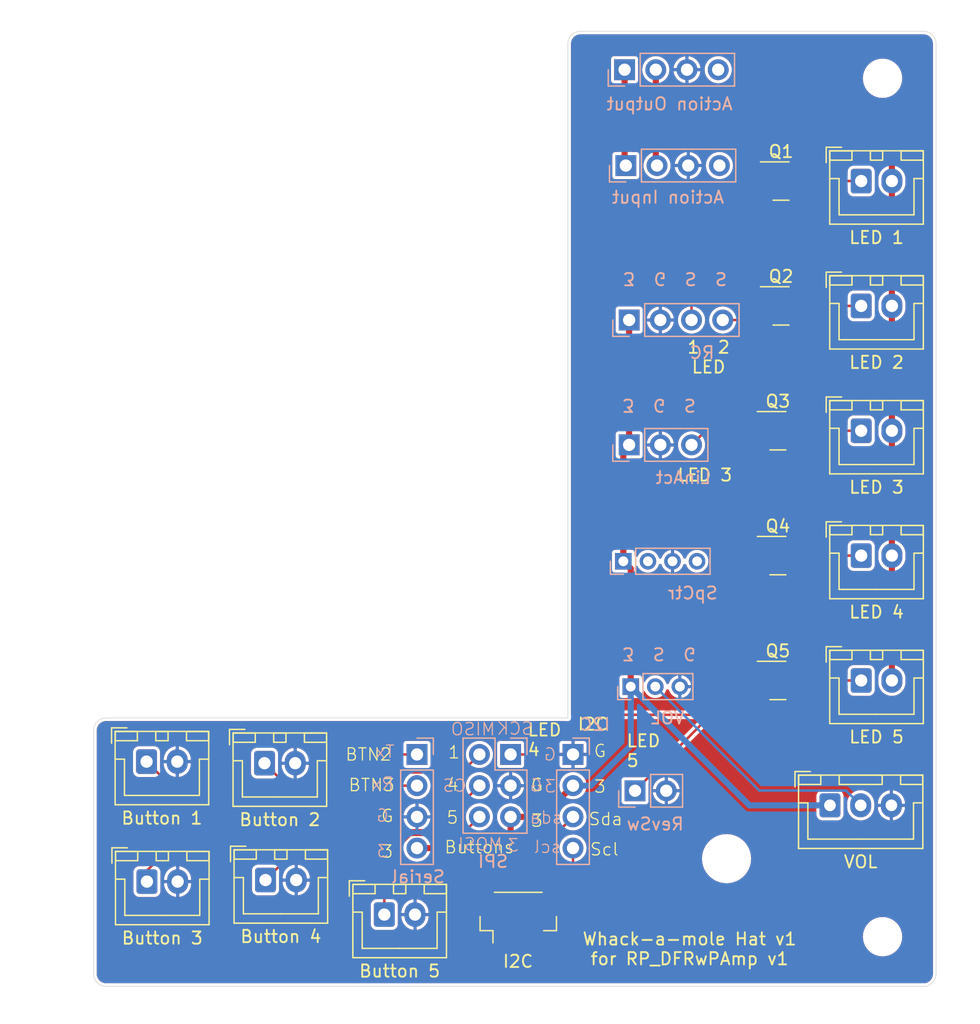
<source format=kicad_pcb>
(kicad_pcb (version 20221018) (generator pcbnew)
  (layers (0 "F.Cu" signal) (31 "B.Cu" signal) (34 "B.Paste" user) (35 "F.Paste" user) (36 "B.SilkS" user "B.Silkscreen") (37 "F.SilkS" user "F.Silkscreen") (38 "B.Mask" user) (39 "F.Mask" user) (44 "Edge.Cuts" user))
  (net 0 "")
  (net 1 "+5V")
  (net 2 "GND")
  (net 3 "+12V")
  (net 4 "BUTTON_1")
  (net 5 "SpeedCtrl")
  (net 6 "I2C_SDA")
  (net 7 "I2C_SCL")
  (net 8 "VOL")
  (net 9 "+3.3V")
  (net 10 "ActionSignal")
  (net 12 "ActionSignal1")
  (net 13 "BUTTON_2")
  (net 14 "BUTTON_3")
  (net 15 "BUTTON_4")
  (net 16 "BUTTON_5")
  (net 17 "Net-(J16-Pin_1)")
  (net 18 "Net-(J18-Pin_1)")
  (net 19 "Net-(J19-Pin_1)")
  (net 20 "Net-(J20-Pin_1)")
  (net 21 "Net-(J23-Pin_1)")
  (net 22 "LED_1_TRIGGER")
  (net 23 "LED_2_TRIGGER")
  (net 24 "LED_3_TRIGGER")
  (net 25 "LED_4_TRIGGER")
  (net 26 "LED_5_TRIGGER")
  (footprint "MountingHole:MountingHole_2.7mm_M2.5" (layer "F.Cu") (at 189.7 90.7)
    (fp_text reference "H1")
    (fp_text value "MountingHole")
    (pad "" np_thru_hole circle (at 0 0) (size 2.7 2.7) (drill 2.7) (layers "*.Cu" "*.Mask"))
  )
  (footprint "Connector_JST:JST_XH_B2B-XH-A_1x02_P2.50mm_Vertical" (layer "F.Cu") (at 129.814 156.066)
    (fp_text reference "J4")
    (fp_text value "Button 3" (at 1.25 4.6) (layer "F.SilkS"))
    (pad "1" thru_hole roundrect (at 0 0) (size 1.7 2) (drill 1) (layers "*.Cu" "*.Mask") (roundrect_rratio 0.147059) (net 14 "BUTTON_3"))
    (pad "2" thru_hole oval (at 2.5 0) (size 1.7 2) (drill 1) (layers "*.Cu" "*.Mask") (net 2 "GND"))
  )
  (footprint "Package_TO_SOT_SMD:SOT-23" (layer "F.Cu") (at 181.1805 129.54)
    (fp_text reference "Q4" (at 0 -2.4) (layer "F.SilkS"))
    (fp_text value "Q_NMOS_GSD")
    (pad "1" smd roundrect (at -0.9375 -0.95) (size 1.475 0.6) (layers "F.Cu" "F.Paste" "F.Mask") (net 25 "LED_4_TRIGGER"))
    (pad "2" smd roundrect (at -0.9375 0.95) (size 1.475 0.6) (layers "F.Cu" "F.Paste" "F.Mask") (net 2 "GND"))
    (pad "3" smd roundrect (at 0.9375 0) (size 1.475 0.6) (layers "F.Cu" "F.Paste" "F.Mask") (net 20 "Net-(J20-Pin_1)"))
  )
  (footprint "Connector_JST:JST_XH_B2B-XH-A_1x02_P2.50mm_Vertical" (layer "F.Cu") (at 187.96 129.54)
    (fp_text reference "J20")
    (fp_text value "LED 4" (at 1.25 4.6) (layer "F.SilkS"))
    (pad "1" thru_hole roundrect (at 0 0) (size 1.7 2) (drill 1) (layers "*.Cu" "*.Mask") (roundrect_rratio 0.147059) (net 20 "Net-(J20-Pin_1)"))
    (pad "2" thru_hole oval (at 2.5 0) (size 1.7 2) (drill 1) (layers "*.Cu" "*.Mask") (net 1 "+5V"))
  )
  (footprint "Package_TO_SOT_SMD:SOT-23" (layer "F.Cu") (at 181.1805 119.38)
    (fp_text reference "Q3" (at 0 -2.4) (layer "F.SilkS"))
    (fp_text value "Q_NMOS_GSD")
    (pad "1" smd roundrect (at -0.9375 -0.95) (size 1.475 0.6) (layers "F.Cu" "F.Paste" "F.Mask") (net 24 "LED_3_TRIGGER"))
    (pad "2" smd roundrect (at -0.9375 0.95) (size 1.475 0.6) (layers "F.Cu" "F.Paste" "F.Mask") (net 2 "GND"))
    (pad "3" smd roundrect (at 0.9375 0) (size 1.475 0.6) (layers "F.Cu" "F.Paste" "F.Mask") (net 19 "Net-(J19-Pin_1)"))
  )
  (footprint "Connector_JST:JST_XH_B2B-XH-A_1x02_P2.50mm_Vertical" (layer "F.Cu") (at 139.3844 146.431)
    (fp_text reference "J3")
    (fp_text value "Button 2" (at 1.25 4.6) (layer "F.SilkS"))
    (pad "1" thru_hole roundrect (at 0 0) (size 1.7 2) (drill 1) (layers "*.Cu" "*.Mask") (roundrect_rratio 0.147059) (net 13 "BUTTON_2"))
    (pad "2" thru_hole oval (at 2.5 0) (size 1.7 2) (drill 1) (layers "*.Cu" "*.Mask") (net 2 "GND"))
  )
  (footprint "Connector_JST:JST_XH_B2B-XH-A_1x02_P2.50mm_Vertical" (layer "F.Cu") (at 139.466 155.939)
    (fp_text reference "J10")
    (fp_text value "Button 4" (at 1.25 4.6) (layer "F.SilkS"))
    (pad "1" thru_hole roundrect (at 0 0) (size 1.7 2) (drill 1) (layers "*.Cu" "*.Mask") (roundrect_rratio 0.147059) (net 15 "BUTTON_4"))
    (pad "2" thru_hole oval (at 2.5 0) (size 1.7 2) (drill 1) (layers "*.Cu" "*.Mask") (net 2 "GND"))
  )
  (footprint "Connector_JST:JST_XH_B3B-XH-A_1x03_P2.50mm_Vertical" (layer "F.Cu") (at 185.42 149.86)
    (fp_text reference "J24")
    (fp_text value "VOL" (at 2.5 4.6) (layer "F.SilkS"))
    (pad "1" thru_hole roundrect (at 0 0) (size 1.7 1.95) (drill 0.95) (layers "*.Cu" "*.Mask") (roundrect_rratio 0.147059) (net 9 "+3.3V"))
    (pad "2" thru_hole oval (at 2.5 0) (size 1.7 1.95) (drill 0.95) (layers "*.Cu" "*.Mask") (net 8 "VOL"))
    (pad "3" thru_hole oval (at 5 0) (size 1.7 1.95) (drill 0.95) (layers "*.Cu" "*.Mask") (net 2 "GND"))
  )
  (footprint "Connector_JST:JST_XH_B2B-XH-A_1x02_P2.50mm_Vertical" (layer "F.Cu") (at 187.96 119.38)
    (fp_text reference "J19")
    (fp_text value "LED 3" (at 1.25 4.6) (layer "F.SilkS"))
    (pad "1" thru_hole roundrect (at 0 0) (size 1.7 2) (drill 1) (layers "*.Cu" "*.Mask") (roundrect_rratio 0.147059) (net 19 "Net-(J19-Pin_1)"))
    (pad "2" thru_hole oval (at 2.5 0) (size 1.7 2) (drill 1) (layers "*.Cu" "*.Mask") (net 1 "+5V"))
  )
  (footprint "Package_TO_SOT_SMD:SOT-23" (layer "F.Cu") (at 181.4345 109.22)
    (fp_text reference "Q2" (at 0 -2.4) (layer "F.SilkS"))
    (fp_text value "Q_NMOS_GSD")
    (pad "1" smd roundrect (at -0.9375 -0.95) (size 1.475 0.6) (layers "F.Cu" "F.Paste" "F.Mask") (net 23 "LED_2_TRIGGER"))
    (pad "2" smd roundrect (at -0.9375 0.95) (size 1.475 0.6) (layers "F.Cu" "F.Paste" "F.Mask") (net 2 "GND"))
    (pad "3" smd roundrect (at 0.9375 0) (size 1.475 0.6) (layers "F.Cu" "F.Paste" "F.Mask") (net 18 "Net-(J18-Pin_1)"))
  )
  (footprint "MountingHole:MountingHole_2.7mm_M2.5" (layer "F.Cu") (at 189.7 160.55)
    (fp_text reference "H2")
    (fp_text value "MountingHole")
    (pad "" np_thru_hole circle (at 0 0) (size 2.7 2.7) (drill 2.7) (layers "*.Cu" "*.Mask"))
  )
  (footprint "Connector_JST:JST_XH_B2B-XH-A_1x02_P2.50mm_Vertical" (layer "F.Cu") (at 129.7832 146.304)
    (fp_text reference "J2")
    (fp_text value "Button 1" (at 1.25 4.6) (layer "F.SilkS"))
    (pad "1" thru_hole roundrect (at 0 0) (size 1.7 2) (drill 1) (layers "*.Cu" "*.Mask") (roundrect_rratio 0.147059) (net 4 "BUTTON_1"))
    (pad "2" thru_hole oval (at 2.5 0) (size 1.7 2) (drill 1) (layers "*.Cu" "*.Mask") (net 2 "GND"))
  )
  (footprint "Package_TO_SOT_SMD:SOT-23" (layer "F.Cu") (at 181.4345 99.06)
    (fp_text reference "Q1" (at 0 -2.4) (layer "F.SilkS"))
    (fp_text value "Q_NMOS_GSD")
    (pad "1" smd roundrect (at -0.9375 -0.95) (size 1.475 0.6) (layers "F.Cu" "F.Paste" "F.Mask") (net 22 "LED_1_TRIGGER"))
    (pad "2" smd roundrect (at -0.9375 0.95) (size 1.475 0.6) (layers "F.Cu" "F.Paste" "F.Mask") (net 2 "GND"))
    (pad "3" smd roundrect (at 0.9375 0) (size 1.475 0.6) (layers "F.Cu" "F.Paste" "F.Mask") (net 17 "Net-(J16-Pin_1)"))
  )
  (footprint "MountingHole:MountingHole_3.5mm" (layer "F.Cu") (at 177 154.2)
    (fp_text reference "REF**")
    (fp_text value "MountingHole_3.5mm")
    (pad "" np_thru_hole circle (at 0 0) (size 3.5 3.5) (drill 3.5) (layers "*.Cu" "*.Mask"))
  )
  (footprint "Connector_JST:JST_XH_B2B-XH-A_1x02_P2.50mm_Vertical" (layer "F.Cu") (at 149.138 158.75)
    (fp_text reference "J11")
    (fp_text value "Button 5" (at 1.25 4.6) (layer "F.SilkS"))
    (pad "1" thru_hole roundrect (at 0 0) (size 1.7 2) (drill 1) (layers "*.Cu" "*.Mask") (roundrect_rratio 0.147059) (net 16 "BUTTON_5"))
    (pad "2" thru_hole oval (at 2.5 0) (size 1.7 2) (drill 1) (layers "*.Cu" "*.Mask") (net 2 "GND"))
  )
  (footprint "Connector_JST:JST_XH_B2B-XH-A_1x02_P2.50mm_Vertical" (layer "F.Cu") (at 187.96 99.06)
    (fp_text reference "J16")
    (fp_text value "LED 1" (at 1.25 4.6) (layer "F.SilkS"))
    (pad "1" thru_hole roundrect (at 0 0) (size 1.7 2) (drill 1) (layers "*.Cu" "*.Mask") (roundrect_rratio 0.147059) (net 17 "Net-(J16-Pin_1)"))
    (pad "2" thru_hole oval (at 2.5 0) (size 1.7 2) (drill 1) (layers "*.Cu" "*.Mask") (net 1 "+5V"))
  )
  (footprint "Package_TO_SOT_SMD:SOT-23" (layer "F.Cu") (at 181.1805 139.7)
    (fp_text reference "Q5" (at 0 -2.4) (layer "F.SilkS"))
    (fp_text value "Q_NMOS_GSD")
    (pad "1" smd roundrect (at -0.9375 -0.95) (size 1.475 0.6) (layers "F.Cu" "F.Paste" "F.Mask") (net 26 "LED_5_TRIGGER"))
    (pad "2" smd roundrect (at -0.9375 0.95) (size 1.475 0.6) (layers "F.Cu" "F.Paste" "F.Mask") (net 2 "GND"))
    (pad "3" smd roundrect (at 0.9375 0) (size 1.475 0.6) (layers "F.Cu" "F.Paste" "F.Mask") (net 21 "Net-(J23-Pin_1)"))
  )
  (footprint "Connector_JST:JST_XH_B2B-XH-A_1x02_P2.50mm_Vertical" (layer "F.Cu") (at 187.96 139.7)
    (fp_text reference "J23")
    (fp_text value "LED 5" (at 1.25 4.6) (layer "F.SilkS"))
    (pad "1" thru_hole roundrect (at 0 0) (size 1.7 2) (drill 1) (layers "*.Cu" "*.Mask") (roundrect_rratio 0.147059) (net 21 "Net-(J23-Pin_1)"))
    (pad "2" thru_hole oval (at 2.5 0) (size 1.7 2) (drill 1) (layers "*.Cu" "*.Mask") (net 1 "+5V"))
  )
  (footprint "Connector_JST:JST_XH_B2B-XH-A_1x02_P2.50mm_Vertical" (layer "F.Cu") (at 187.96 109.22)
    (fp_text reference "J18")
    (fp_text value "LED 2" (at 1.25 4.6) (layer "F.SilkS"))
    (pad "1" thru_hole roundrect (at 0 0) (size 1.7 2) (drill 1) (layers "*.Cu" "*.Mask") (roundrect_rratio 0.147059) (net 18 "Net-(J18-Pin_1)"))
    (pad "2" thru_hole oval (at 2.5 0) (size 1.7 2) (drill 1) (layers "*.Cu" "*.Mask") (net 1 "+5V"))
  )
  (footprint "Connector_JST:JST_SH_BM04B-SRSS-TB_1x04-1MP_P1.00mm_Vertical" (layer "F.Cu") (at 160.044 158.949)
    (fp_text reference "J1")
    (fp_text value "I2C")
    (pad "1" smd roundrect (at -1.5 1.325) (size 0.6 1.55) (layers "F.Cu" "F.Paste" "F.Mask") (net 2 "GND"))
    (pad "2" smd roundrect (at -0.5 1.325) (size 0.6 1.55) (layers "F.Cu" "F.Paste" "F.Mask") (net 9 "+3.3V"))
    (pad "3" smd roundrect (at 0.5 1.325) (size 0.6 1.55) (layers "F.Cu" "F.Paste" "F.Mask") (net 6 "I2C_SDA"))
    (pad "4" smd roundrect (at 1.5 1.325) (size 0.6 1.55) (layers "F.Cu" "F.Paste" "F.Mask") (net 7 "I2C_SCL"))
    (pad "MP" smd roundrect (at -2.8 -1.2) (size 1.2 1.8) (layers "F.Cu" "F.Paste" "F.Mask") (roundrect_rratio 0.208333))
    (pad "MP" smd roundrect (at 2.8 -1.2) (size 1.2 1.8) (layers "F.Cu" "F.Paste" "F.Mask") (roundrect_rratio 0.208333))
  )
  (footprint "Connector_PinHeader_2.54mm:PinHeader_1x04_P2.54mm_Vertical" (layer "B.Cu") (at 164.5 145.72 180)
    (fp_text reference "J7" hide)
    (fp_text value "I2C" (at -1.7938 2.4386) (layer "B.SilkS") (effects (justify mirror)))
    (fp_text user "scl" (at 2.0924 -7.5182 unlocked) (layer "B.SilkS") (effects (font (thickness 0.1)) (justify mirror)))
    (fp_text user "G" (at 1.8638 0.0002 unlocked) (layer "B.SilkS") (effects (font (thickness 0.1)) (justify mirror)))
    (fp_text user "3" (at 1.8638 -2.5906 unlocked) (layer "B.SilkS") (effects (font (thickness 0.1)) (justify mirror)))
    (fp_text user "sda" (at 2.2194 -5.1306 unlocked) (layer "B.SilkS") (effects (font (thickness 0.1)) (justify mirror)))
    (pad "1" thru_hole rect (at 0 0 180) (size 1.7 1.7) (drill 1) (layers "*.Cu" "*.Mask") (net 2 "GND"))
    (pad "2" thru_hole oval (at 0 -2.54 180) (size 1.7 1.7) (drill 1) (layers "*.Cu" "*.Mask") (net 9 "+3.3V"))
    (pad "3" thru_hole oval (at 0 -5.08 180) (size 1.7 1.7) (drill 1) (layers "*.Cu" "*.Mask") (net 6 "I2C_SDA"))
    (pad "4" thru_hole oval (at 0 -7.62 180) (size 1.7 1.7) (drill 1) (layers "*.Cu" "*.Mask") (net 7 "I2C_SCL"))
  )
  (footprint "Connector_PinHeader_2.54mm:PinHeader_1x04_P2.54mm_Vertical" (layer "B.Cu") (at 151.8 145.72 180)
    (fp_text reference "J9" hide)
    (fp_text value "Serial" (at -0.092 -9.9566) (layer "B.SilkS") (effects (justify mirror)))
    (fp_text user "3" (at 2.8036 -7.8738 unlocked) (layer "B.SilkS") (effects (font (thickness 0.1)) (justify mirror)))
    (fp_text user "Rx" (at 2.8036 -2.3738 unlocked) (layer "B.SilkS") (effects (font (thickness 0.1)) (justify mirror)))
    (fp_text user "Tx" (at 2.6036 0.2262 unlocked) (layer "B.SilkS") (effects (font (thickness 0.1)) (justify mirror)))
    (fp_text user "G" (at 2.8036 -4.9738 unlocked) (layer "B.SilkS") (effects (font (thickness 0.1)) (justify mirror)))
    (pad "1" thru_hole rect (at 0 0 180) (size 1.7 1.7) (drill 1) (layers "*.Cu" "*.Mask") (net 13 "BUTTON_2"))
    (pad "2" thru_hole oval (at 0 -2.54 180) (size 1.7 1.7) (drill 1) (layers "*.Cu" "*.Mask") (net 14 "BUTTON_3"))
    (pad "3" thru_hole oval (at 0 -5.08 180) (size 1.7 1.7) (drill 1) (layers "*.Cu" "*.Mask") (net 2 "GND"))
    (pad "4" thru_hole oval (at 0 -7.62 180) (size 1.7 1.7) (drill 1) (layers "*.Cu" "*.Mask") (net 9 "+3.3V"))
  )
  (footprint "Connector_PinSocket_2.54mm:PinSocket_1x04_P2.54mm_Vertical" (layer "B.Cu") (at 169.07 110.37 -90)
    (fp_text reference "J14")
    (fp_text value "RC" (at 2.66 -5.936 -180) (layer "B.SilkS") (effects (justify mirror)))
    (pad "1" thru_hole rect (at 0 0 270) (size 1.7 1.7) (drill 1) (layers "*.Cu" "*.Mask") (net 9 "+3.3V"))
    (pad "2" thru_hole oval (at 0 -2.54 270) (size 1.7 1.7) (drill 1) (layers "*.Cu" "*.Mask") (net 2 "GND"))
    (pad "3" thru_hole oval (at 0 -5.08 270) (size 1.7 1.7) (drill 1) (layers "*.Cu" "*.Mask") (net 22 "LED_1_TRIGGER"))
    (pad "4" thru_hole oval (at 0 -7.62 270) (size 1.7 1.7) (drill 1) (layers "*.Cu" "*.Mask") (net 23 "LED_2_TRIGGER"))
  )
  (footprint "Connector_PinSocket_2.54mm:PinSocket_1x03_P2.54mm_Vertical" (layer "B.Cu") (at 169.07 120.53 -90)
    (fp_text reference "J12")
    (fp_text value "LinAct" (at 2.66 -4.412 -180) (layer "B.SilkS") (effects (justify mirror)))
    (pad "1" thru_hole rect (at 0 0 270) (size 1.7 1.7) (drill 1) (layers "*.Cu" "*.Mask") (net 9 "+3.3V"))
    (pad "2" thru_hole oval (at 0 -2.54 270) (size 1.7 1.7) (drill 1) (layers "*.Cu" "*.Mask") (net 2 "GND"))
    (pad "3" thru_hole oval (at 0 -5.08 270) (size 1.7 1.7) (drill 1) (layers "*.Cu" "*.Mask") (net 24 "LED_3_TRIGGER"))
  )
  (footprint "Connector_PinSocket_2.54mm:PinSocket_1x04_P2.54mm_Vertical" (layer "B.Cu") (at 168.7 90 -90)
    (fp_text reference "J22")
    (fp_text value "Action Output" (at 2.7862 -3.6644) (layer "B.SilkS") (effects (justify mirror)))
    (pad "1" thru_hole rect (at 0 0 270) (size 1.7 1.7) (drill 1) (layers "*.Cu" "*.Mask") (net 3 "+12V"))
    (pad "2" thru_hole oval (at 0 -2.54 270) (size 1.7 1.7) (drill 1) (layers "*.Cu" "*.Mask") (net 1 "+5V"))
    (pad "3" thru_hole oval (at 0 -5.08 270) (size 1.7 1.7) (drill 1) (layers "*.Cu" "*.Mask") (net 2 "GND"))
    (pad "4" thru_hole oval (at 0 -7.62 270) (size 1.7 1.7) (drill 1) (layers "*.Cu" "*.Mask") (net 10 "ActionSignal"))
  )
  (footprint "Connector_PinSocket_2.00mm:PinSocket_1x03_P2.00mm_Vertical" (layer "B.Cu") (at 169.2 140.2 -90)
    (fp_text reference "J15")
    (fp_text value "VOL" (at 2.548 -3.012 180) (layer "B.SilkS") (effects (justify mirror)))
    (pad "1" thru_hole rect (at 0 0 270) (size 1.35 1.35) (drill 0.8) (layers "*.Cu" "*.Mask") (net 9 "+3.3V"))
    (pad "2" thru_hole oval (at 0 -2 270) (size 1.35 1.35) (drill 0.8) (layers "*.Cu" "*.Mask") (net 8 "VOL"))
    (pad "3" thru_hole oval (at 0 -4 270) (size 1.35 1.35) (drill 0.8) (layers "*.Cu" "*.Mask") (net 2 "GND"))
  )
  (footprint "Connector_PinSocket_2.54mm:PinSocket_1x02_P2.54mm_Vertical" (layer "B.Cu") (at 169.55 148.675 -90)
    (fp_text reference "J17")
    (fp_text value "RevSw" (at 2.709 -1.646 -180) (layer "B.SilkS") (effects (justify mirror)))
    (pad "1" thru_hole rect (at 0 0 270) (size 1.7 1.7) (drill 1) (layers "*.Cu" "*.Mask") (net 26 "LED_5_TRIGGER"))
    (pad "2" thru_hole oval (at 0 -2.54 270) (size 1.7 1.7) (drill 1) (layers "*.Cu" "*.Mask") (net 2 "GND"))
  )
  (footprint "Connector_PinSocket_2.54mm:PinSocket_1x04_P2.54mm_Vertical" (layer "B.Cu") (at 168.8 97.8 -90)
    (fp_text reference "J21")
    (fp_text value "Action Input" (at 2.5808 -3.4374) (layer "B.SilkS") (effects (justify mirror)))
    (pad "1" thru_hole rect (at 0 0 270) (size 1.7 1.7) (drill 1) (layers "*.Cu" "*.Mask") (net 3 "+12V"))
    (pad "2" thru_hole oval (at 0 -2.54 270) (size 1.7 1.7) (drill 1) (layers "*.Cu" "*.Mask") (net 1 "+5V"))
    (pad "3" thru_hole oval (at 0 -5.08 270) (size 1.7 1.7) (drill 1) (layers "*.Cu" "*.Mask") (net 2 "GND"))
    (pad "4" thru_hole oval (at 0 -7.62 270) (size 1.7 1.7) (drill 1) (layers "*.Cu" "*.Mask") (net 12 "ActionSignal1"))
  )
  (footprint "Connector_PinHeader_2.54mm:PinHeader_2x03_P2.54mm_Vertical" (layer "B.Cu") (at 159.42 145.72 180)
    (fp_text reference "J5" hide)
    (fp_text value "SPI" (at 1.432 -8.712) (layer "B.SilkS") (effects (justify mirror)))
    (fp_text user "MISO" (at 3.0576 2.0576 unlocked) (layer "B.SilkS") (effects (font (thickness 0.1)) (justify mirror)))
    (fp_text user "CS" (at 4.5562 -2.5398 unlocked) (layer "B.SilkS") (effects (font (thickness 0.1)) (justify mirror)))
    (fp_text user "SCK" (at -0.346 2.1084 unlocked) (layer "B.SilkS") (effects (font (thickness 0.1)) (justify mirror)))
    (fp_text user "MOSI" (at 2.4734 -7.315 unlocked) (layer "B.SilkS") (effects (font (thickness 0.1)) (justify mirror)))
    (fp_text user "3" (at -0.1936 -7.3912 unlocked) (layer "B.SilkS") (effects (font (thickness 0.1)) (justify mirror)))
    (fp_text user "G" (at -2.0732 -2.5144 unlocked) (layer "B.SilkS") (effects (font (thickness 0.1)) (justify mirror)))
    (pad "1" thru_hole rect (at 0 0 180) (size 1.7 1.7) (drill 1) (layers "*.Cu" "*.Mask") (net 25 "LED_4_TRIGGER"))
    (pad "2" thru_hole oval (at 2.54 0 180) (size 1.7 1.7) (drill 1) (layers "*.Cu" "*.Mask") (net 4 "BUTTON_1"))
    (pad "3" thru_hole oval (at 0 -2.54 180) (size 1.7 1.7) (drill 1) (layers "*.Cu" "*.Mask") (net 2 "GND"))
    (pad "4" thru_hole oval (at 2.54 -2.54 180) (size 1.7 1.7) (drill 1) (layers "*.Cu" "*.Mask") (net 15 "BUTTON_4"))
    (pad "5" thru_hole oval (at 0 -5.08 180) (size 1.7 1.7) (drill 1) (layers "*.Cu" "*.Mask") (net 9 "+3.3V"))
    (pad "6" thru_hole oval (at 2.54 -5.08 180) (size 1.7 1.7) (drill 1) (layers "*.Cu" "*.Mask") (net 16 "BUTTON_5"))
  )
  (footprint "Connector_PinSocket_2.00mm:PinSocket_1x04_P2.00mm_Vertical" (layer "B.Cu") (at 168.6 130 -90)
    (fp_text reference "J13")
    (fp_text value "SpCtr" (at 2.588 -5.644 -180) (layer "B.SilkS") (effects (justify mirror)))
    (pad "1" thru_hole rect (at 0 0 270) (size 1.35 1.35) (drill 0.8) (layers "*.Cu" "*.Mask") (net 9 "+3.3V"))
    (pad "2" thru_hole oval (at 0 -2 270) (size 1.35 1.35) (drill 0.8) (layers "*.Cu" "*.Mask") (net 5 "SpeedCtrl"))
    (pad "3" thru_hole oval (at 0 -4 270) (size 1.35 1.35) (drill 0.8) (layers "*.Cu" "*.Mask") (net 2 "GND"))
    (pad "4" thru_hole oval (at 0 -6 270) (size 1.35 1.35) (drill 0.8) (layers "*.Cu" "*.Mask"))
  )
  (gr_line (start 194.056 163.576) (end 194.056 87.884) (stroke (width 0.05)) (layer "Edge.Cuts"))
  (gr_line (start 126.492 164.592) (end 193.04 164.592) (stroke (width 0.05)) (layer "Edge.Cuts"))
  (gr_arc (start 125.476 143.764) (mid 125.77358 143.04558) (end 126.492 142.748) (stroke (width 0.05)) (layer "Edge.Cuts"))
  (gr_arc (start 194.056 163.576) (mid 193.75842 164.29442) (end 193.04 164.592) (stroke (width 0.05)) (layer "Edge.Cuts"))
  (gr_line (start 164.084 142.748) (end 126.492 142.748) (stroke (width 0.05)) (layer "Edge.Cuts"))
  (gr_arc (start 193.04 86.868) (mid 193.75842 87.16558) (end 194.056 87.884) (stroke (width 0.05)) (layer "Edge.Cuts"))
  (gr_arc (start 164.084 87.884) (mid 164.38158 87.16558) (end 165.1 86.868) (stroke (width 0.05)) (layer "Edge.Cuts"))
  (gr_line (start 165.1 86.868) (end 193.04 86.868) (stroke (width 0.05)) (layer "Edge.Cuts"))
  (gr_line (start 164.084 142.748) (end 164.084 87.884) (stroke (width 0.05)) (layer "Edge.Cuts"))
  (gr_line (start 125.476 163.576) (end 125.476 143.764) (stroke (width 0.05)) (layer "Edge.Cuts"))
  (gr_arc (start 126.492 164.592) (mid 125.77358 164.29442) (end 125.476 163.576) (stroke (width 0.05)) (layer "Edge.Cuts"))
  (gr_text "3  G  S  S" (at 168.5 107 180) (layer "B.SilkS") (effects (font (size 1 1)) (justify left mirror)))
  (gr_text "3  G  S" (at 168.44 117.3 180) (layer "B.SilkS") (effects (font (size 1 1)) (justify left mirror)))
  (gr_text "3  S  G" (at 168.43 137.53 180) (layer "B.SilkS") (effects (font (size 1 1)) (justify left mirror)))
  (gr_text "I2C" (at 160.02 162.56) (layer "F.SilkS") (effects (font (size 1 1))))
  (gr_text "LED\n5" (at 168.783 146.812) (layer "F.SilkS") (effects (font (size 1 1)) (justify left bottom)))
  (gr_text "3" (at 166.7002 148.336) (layer "F.SilkS") (effects (font (size 1 1) (thickness 0.1))))
  (gr_text "3" (at 149.382152 153.6192) (layer "F.SilkS") (effects (font (size 1 1) (thickness 0.1))))
  (gr_text "G" (at 166.7002 145.436) (layer "F.SilkS") (effects (font (size 1 1) (thickness 0.1))))
  (gr_text "5" (at 154.686 150.8506) (layer "F.SilkS") (effects (font (size 1 1) (thickness 0.1))))
  (gr_text "G" (at 161.5694 148.2046) (layer "F.SilkS") (effects (font (size 1 1) (thickness 0.1))))
  (gr_text "4" (at 154.7114 148.1836) (layer "F.SilkS") (effects (font (size 1 1) (thickness 0.1))))
  (gr_text "Whack-a-mole Hat v1\nfor RP_DFRwPAmp v1\n" (at 173.99 161.544) (layer "F.SilkS") (effects (font (size 1 1))))
  (gr_text "1  2\nLED" (at 175.5394 114.7826) (layer "F.SilkS") (effects (font (size 1 1)) (justify bottom)))
  (gr_text "Scl" (at 167.0558 153.4414) (layer "F.SilkS") (effects (font (size 1 1) (thickness 0.1))))
  (gr_text "LED\n4" (at 160.7312 145.923) (layer "F.SilkS") (effects (font (size 1 1)) (justify left bottom)))
  (gr_text "Sda" (at 167.1574 150.9776) (layer "F.SilkS") (effects (font (size 1 1) (thickness 0.1))))
  (gr_text "BTN2" (at 147.8534 145.7198) (layer "F.SilkS") (effects (font (size 1 1) (thickness 0.1))))
  (gr_text "LED 3" (at 172.9232 123.571) (layer "F.SilkS") (effects (font (size 1 1)) (justify left bottom)))
  (gr_text "BTN3" (at 148.1074 148.209) (layer "F.SilkS") (effects (font (size 1 1) (thickness 0.1))))
  (gr_text "G" (at 149.382152 150.7192) (layer "F.SilkS") (effects (font (size 1 1) (thickness 0.1))))
  (gr_text "I2C" (at 166.116 143.256) (layer "F.SilkS") (effects (font (size 1 1))))
  (gr_text "3" (at 161.5694 151.1046) (layer "F.SilkS") (effects (font (size 1 1) (thickness 0.1))))
  (gr_text "Buttons" (at 156.8704 153.2636) (layer "F.SilkS") (effects (font (size 1 1) (thickness 0.1))))
  (gr_text "1" (at 154.813 145.542) (layer "F.SilkS") (effects (font (size 1 1) (thickness 0.1))))
  (segment (start 187.706 93.472) (end 171.24 93.472) (width 0.5) (layer "F.Cu") (net 1))
  (segment (start 171.24 97.7) (end 171.34 97.8) (width 0.5) (layer "F.Cu") (net 1))
  (segment (start 190.46 119.38) (end 190.46 129.54) (width 0.5) (layer "F.Cu") (net 1))
  (segment (start 190.46 99.06) (end 190.46 96.226) (width 0.5) (layer "F.Cu") (net 1))
  (segment (start 171.24 90) (end 171.24 93.472) (width 0.5) (layer "F.Cu") (net 1))
  (segment (start 190.46 99.06) (end 190.46 109.22) (width 0.5) (layer "F.Cu") (net 1))
  (segment (start 190.46 129.54) (end 190.46 139.7) (width 0.5) (layer "F.Cu") (net 1))
  (segment (start 171.24 93.472) (end 171.24 97.7) (width 0.5) (layer "F.Cu") (net 1))
  (segment (start 190.46 109.22) (end 190.46 119.38) (width 0.5) (layer "F.Cu") (net 1))
  (segment (start 190.46 96.226) (end 187.706 93.472) (width 0.5) (layer "F.Cu") (net 1))
  (segment (start 168.7 97.7) (end 168.8 97.8) (width 0.5) (layer "F.Cu") (net 3))
  (segment (start 168.7 90) (end 168.7 97.7) (width 0.5) (layer "F.Cu") (net 3))
  (segment (start 155.417 147.183) (end 156.88 145.72) (width 0.2) (layer "F.Cu") (net 4))
  (segment (start 148.981 147.183) (end 155.417 147.183) (width 0.2) (layer "F.Cu") (net 4))
  (segment (start 133.0852 149.606) (end 146.558 149.606) (width 0.2) (layer "F.Cu") (net 4))
  (segment (start 129.7832 146.304) (end 133.0852 149.606) (width 0.2) (layer "F.Cu") (net 4))
  (segment (start 146.558 149.606) (end 148.981 147.183) (width 0.2) (layer "F.Cu") (net 4))
  (segment (start 160.544 160.274) (end 160.544 154.756) (width 0.2) (layer "F.Cu") (net 6))
  (segment (start 160.544 154.756) (end 164.5 150.8) (width 0.2) (layer "F.Cu") (net 6))
  (segment (start 164.5 157.76758) (end 164.5 153.34) (width 0.2) (layer "F.Cu") (net 7))
  (segment (start 161.544 160.274) (end 161.99358 160.274) (width 0.2) (layer "F.Cu") (net 7))
  (segment (start 161.99358 160.274) (end 164.5 157.76758) (width 0.2) (layer "F.Cu") (net 7))
  (segment (start 171.2 140.2) (end 179.658 148.658) (width 0.2) (layer "B.Cu") (net 8))
  (segment (start 186.718 148.658) (end 187.92 149.86) (width 0.2) (layer "B.Cu") (net 8))
  (segment (start 179.658 148.658) (end 186.718 148.658) (width 0.2) (layer "B.Cu") (net 8))
  (segment (start 159.42 153.416) (end 159.42 150.8) (width 0.5) (layer "F.Cu") (net 9))
  (segment (start 159.42 160.15) (end 159.42 153.416) (width 0.5) (layer "F.Cu") (net 9))
  (segment (start 168.6 121) (end 169.07 120.53) (width 0.5) (layer "F.Cu") (net 9))
  (segment (start 169.2 140.2) (end 169.2 130.6) (width 0.5) (layer "F.Cu") (net 9))
  (segment (start 159.544 160.274) (end 159.42 160.15) (width 0.5) (layer "F.Cu") (net 9))
  (segment (start 151.8 153.34) (end 159.344 153.34) (width 0.5) (layer "F.Cu") (net 9))
  (segment (start 168.6 130) (end 168.6 121) (width 0.5) (layer "F.Cu") (net 9))
  (segment (start 169.07 120.53) (end 169.07 110.37) (width 0.5) (layer "F.Cu") (net 9))
  (segment (start 159.344 153.34) (end 159.42 153.416) (width 0.5) (layer "F.Cu") (net 9))
  (segment (start 161.96 150.8) (end 164.5 148.26) (width 0.5) (layer "F.Cu") (net 9))
  (segment (start 159.42 150.8) (end 161.96 150.8) (width 0.5) (layer "F.Cu") (net 9))
  (segment (start 169.2 130.6) (end 168.6 130) (width 0.5) (layer "F.Cu") (net 9))
  (segment (start 165.938 148.26) (end 169.2 144.998) (width 0.5) (layer "B.Cu") (net 9))
  (segment (start 178.86 149.86) (end 185.42 149.86) (width 0.5) (layer "B.Cu") (net 9))
  (segment (start 169.2 144.998) (end 169.2 140.2) (width 0.5) (layer "B.Cu") (net 9))
  (segment (start 169.2 140.2) (end 178.86 149.86) (width 0.5) (layer "B.Cu") (net 9))
  (segment (start 164.5 148.26) (end 165.938 148.26) (width 0.5) (layer "B.Cu") (net 9))
  (segment (start 146.304 148.59) (end 149.174 145.72) (width 0.2) (layer "F.Cu") (net 13))
  (segment (start 149.174 145.72) (end 151.8 145.72) (width 0.2) (layer "F.Cu") (net 13))
  (segment (start 139.3844 146.431) (end 141.5434 148.59) (width 0.2) (layer "F.Cu") (net 13))
  (segment (start 141.5434 148.59) (end 146.304 148.59) (width 0.2) (layer "F.Cu") (net 13))
  (segment (start 129.814 155.174) (end 129.814 156.066) (width 0.2) (layer "F.Cu") (net 14))
  (segment (start 146.304 151.638) (end 133.35 151.638) (width 0.2) (layer "F.Cu") (net 14))
  (segment (start 133.35 151.638) (end 129.814 155.174) (width 0.2) (layer "F.Cu") (net 14))
  (segment (start 149.682 148.26) (end 146.304 151.638) (width 0.2) (layer "F.Cu") (net 14))
  (segment (start 151.8 148.26) (end 149.682 148.26) (width 0.2) (layer "F.Cu") (net 14))
  (segment (start 146.512448 151.892) (end 153.248 151.892) (width 0.2) (layer "F.Cu") (net 15))
  (segment (start 139.466 155.939) (end 143.44 151.965) (width 0.2) (layer "F.Cu") (net 15))
  (segment (start 143.44 151.965) (end 146.439448 151.965) (width 0.2) (layer "F.Cu") (net 15))
  (segment (start 153.248 151.892) (end 156.88 148.26) (width 0.2) (layer "F.Cu") (net 15))
  (segment (start 146.439448 151.965) (end 146.512448 151.892) (width 0.2) (layer "F.Cu") (net 15))
  (segment (start 155.417 152.263) (end 151.267 152.263) (width 0.2) (layer "F.Cu") (net 16))
  (segment (start 149.138 154.392) (end 149.138 158.75) (width 0.2) (layer "F.Cu") (net 16))
  (segment (start 151.267 152.263) (end 149.138 154.392) (width 0.2) (layer "F.Cu") (net 16))
  (segment (start 156.88 150.8) (end 155.417 152.263) (width 0.2) (layer "F.Cu") (net 16))
  (segment (start 182.372 99.06) (end 187.96 99.06) (width 0.2) (layer "F.Cu") (net 17))
  (segment (start 182.372 109.22) (end 187.96 109.22) (width 0.2) (layer "F.Cu") (net 18))
  (segment (start 182.118 119.38) (end 187.96 119.38) (width 0.2) (layer "F.Cu") (net 19))
  (segment (start 182.118 129.54) (end 187.96 129.54) (width 0.2) (layer "F.Cu") (net 20))
  (segment (start 182.118 139.7) (end 187.96 139.7) (width 0.2) (layer "F.Cu") (net 21))
  (segment (start 174.15 110.37) (end 174.15 105.086341) (width 0.2) (layer "F.Cu") (net 22))
  (segment (start 180.497 98.739341) (end 180.497 98.11) (width 0.2) (layer "F.Cu") (net 22))
  (segment (start 174.15 105.086341) (end 180.497 98.739341) (width 0.2) (layer "F.Cu") (net 22))
  (segment (start 178.397 110.37) (end 180.497 108.27) (width 0.2) (layer "F.Cu") (net 23))
  (segment (start 176.69 110.37) (end 178.397 110.37) (width 0.2) (layer "F.Cu") (net 23))
  (segment (start 179.923 118.11) (end 180.243 118.43) (width 0.2) (layer "F.Cu") (net 24))
  (segment (start 174.15 120.53) (end 176.57 118.11) (width 0.2) (layer "F.Cu") (net 24))
  (segment (start 176.57 118.11) (end 179.923 118.11) (width 0.2) (layer "F.Cu") (net 24))
  (segment (start 174.244 142.494) (end 178.054 138.684) (width 0.2) (layer "F.Cu") (net 25))
  (segment (start 179.512 128.59) (end 180.243 128.59) (width 0.2) (layer "F.Cu") (net 25))
  (segment (start 178.054 130.048) (end 179.512 128.59) (width 0.2) (layer "F.Cu") (net 25))
  (segment (start 161.876 145.72) (end 165.102 142.494) (width 0.2) (layer "F.Cu") (net 25))
  (segment (start 165.102 142.494) (end 174.244 142.494) (width 0.2) (layer "F.Cu") (net 25))
  (segment (start 159.42 145.72) (end 161.876 145.72) (width 0.2) (layer "F.Cu") (net 25))
  (segment (start 178.054 138.684) (end 178.054 130.048) (width 0.2) (layer "F.Cu") (net 25))
  (segment (start 179.475 138.75) (end 180.243 138.75) (width 0.2) (layer "F.Cu") (net 26))
  (segment (start 169.55 148.675) (end 179.475 138.75) (width 0.2) (layer "F.Cu") (net 26))
  (zone (net 2) (net_name "GND") (layers "F&B.Cu") (name "GND") (connect_pads (clearance 0.254)) (min_thickness 0.254) (fill yes (thermal_gap 0.254) (thermal_bridge_width 0.254) (smoothing fillet) (radius 0.2))
    (polygon (pts (xy 197.419579 84.328) (xy 197.656847 167.652) (xy 117.852 167.652) (xy 117.852 84.328)))
  )
)
</source>
